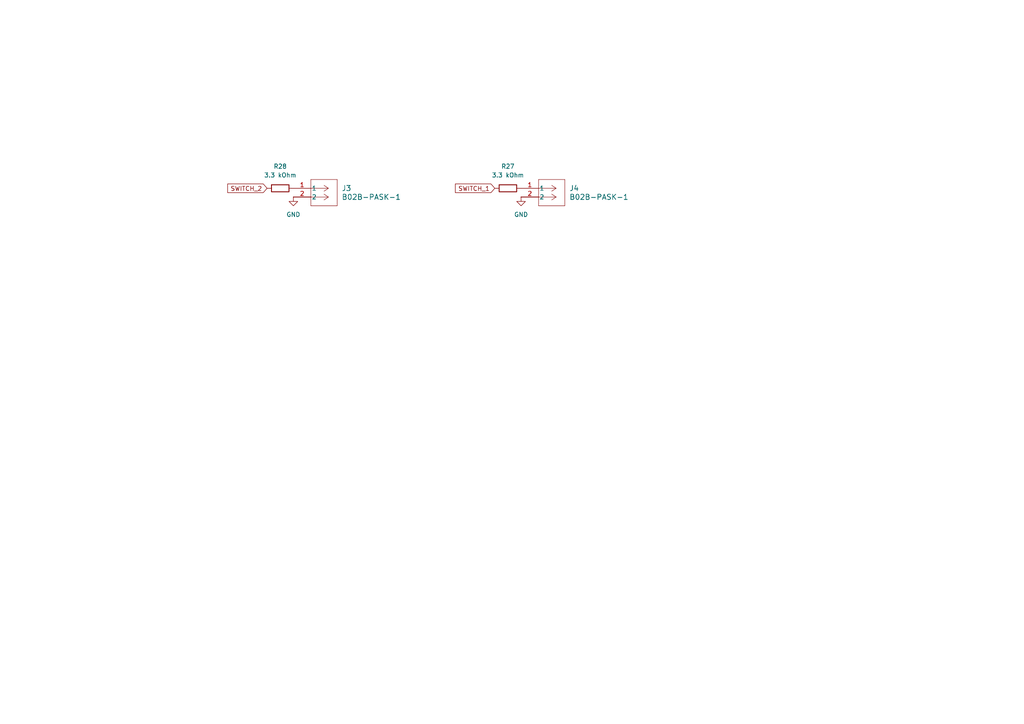
<source format=kicad_sch>
(kicad_sch (version 20250114) (generator "eeschema") (generator_version "9.0")
  (paper "A4")
  (lib_symbols
    (symbol "2025-12-28_19-52-04:B02B-PASK-1" (pin_names (offset 0.254))
      (property "Reference" "J" (at 8.89 6.35 0))
      (property "Value" "B02B-PASK-1" (at 0 0 0))
      (symbol "B02B-PASK-1_1_1"
        (polyline (pts (xy 5.08 2.54) (xy 5.08 -5.08)) (stroke (width 0.127)))
        (polyline (pts (xy 5.08 -5.08) (xy 12.7 -5.08)) (stroke (width 0.127)))
        (polyline (pts (xy 10.16 0) (xy 5.08 0)) (stroke (width 0.127)))
        (polyline (pts (xy 10.16 0) (xy 8.89 0.8467)) (stroke (width 0.127)))
        (polyline (pts (xy 10.16 0) (xy 8.89 -0.8467)) (stroke (width 0.127)))
        (polyline (pts (xy 10.16 -2.54) (xy 5.08 -2.54)) (stroke (width 0.127)))
        (polyline (pts (xy 10.16 -2.54) (xy 8.89 -1.6933)) (stroke (width 0.127)))
        (polyline (pts (xy 10.16 -2.54) (xy 8.89 -3.3867)) (stroke (width 0.127)))
        (polyline (pts (xy 12.7 2.54) (xy 5.08 2.54)) (stroke (width 0.127)))
        (polyline (pts (xy 12.7 -5.08) (xy 12.7 2.54)) (stroke (width 0.127)))
        (pin unspecified line (at 0 0 0) (length 5.08) (name "1") (number "1"))
        (pin unspecified line (at 0 -2.54 0) (length 5.08) (name "2") (number "2"))
      )
      (symbol "B02B-PASK-1_1_2"
        (polyline (pts (xy 5.08 2.54) (xy 5.08 -5.08)) (stroke (width 0.127)))
        (polyline (pts (xy 5.08 -5.08) (xy 12.7 -5.08)) (stroke (width 0.127)))
        (polyline (pts (xy 7.62 0) (xy 5.08 0)) (stroke (width 0.127)))
        (polyline (pts (xy 7.62 0) (xy 8.89 0.8467)) (stroke (width 0.127)))
        (polyline (pts (xy 7.62 0) (xy 8.89 -0.8467)) (stroke (width 0.127)))
        (polyline (pts (xy 7.62 -2.54) (xy 5.08 -2.54)) (stroke (width 0.127)))
        (polyline (pts (xy 7.62 -2.54) (xy 8.89 -1.6933)) (stroke (width 0.127)))
        (polyline (pts (xy 7.62 -2.54) (xy 8.89 -3.3867)) (stroke (width 0.127)))
        (polyline (pts (xy 12.7 2.54) (xy 5.08 2.54)) (stroke (width 0.127)))
        (polyline (pts (xy 12.7 -5.08) (xy 12.7 2.54)) (stroke (width 0.127)))
        (pin unspecified line (at 0 0 0) (length 5.08) (name "1") (number "1"))
        (pin unspecified line (at 0 -2.54 0) (length 5.08) (name "2") (number "2"))
      )
    )
    (symbol "Device:R" (pin_numbers (hide yes)) (pin_names (offset 0))
      (property "Reference" "R" (at 2.032 0 90))
      (property "Value" "R" (at 0 0 90))
      (symbol "R_0_1"
        (rectangle (start -1.016 -2.54) (end 1.016 2.54) (stroke (width 0.254)))
      )
      (symbol "R_1_1"
        (pin passive line (at 0 3.81 270) (length 1.27) (name "~") (number "1"))
        (pin passive line (at 0 -3.81 90) (length 1.27) (name "~") (number "2"))
      )
    )
    (symbol "power:GND" (power) (pin_numbers (hide yes)) (pin_names (offset 0) (hide yes))
      (property "Value" "GND" (at 0 -3.81 0))
      (symbol "GND_0_1"
        (polyline (pts (xy 0 0) (xy 0 -1.27) (xy 1.27 -1.27) (xy 0 -2.54) (xy -1.27 -1.27) (xy 0 -1.27)))
      )
      (symbol "GND_1_1"
        (pin power_in line (at 0 0 270) (length 0) (name "~") (number "1"))
      )
    )
  )
  (global_label "SWITCH_1" (shape input) (at 143.51 54.61 180) (property "Intersheetrefs" "${INTERSHEET_REFS}" (effects (hide yes))))
  (global_label "SWITCH_2" (shape input) (at 77.47 54.61 180) (property "Intersheetrefs" "${INTERSHEET_REFS}" (effects (hide yes))))
  (symbol (lib_id "Device:R") (at 147.32 54.61 90) (unit 1)
    (property "Reference" "R27" (at 147.32 48.26 90))
    (property "Value" "3.3 kOhm" (at 147.32 50.8 90))
    (property "Footprint" "Capacitor_SMD:C_0603_1608Metric" (effects (hide yes)))
    (property "Description" "Resistor" (effects (hide yes)))
  )
  (symbol (lib_id "2025-12-28_19-52-04:B02B-PASK-1") (at 151.13 54.61 0) (unit 1)
    (property "Reference" "J4" (at 165.1 54.6099 0) (effects (font (size 1.524 1.524)) (justify left)))
    (property "Value" "B02B-PASK-1" (at 165.1 57.1499 0) (effects (font (size 1.524 1.524)) (justify left)))
    (property "Footprint" "B02B-PASK-1:CONN_B02B-PASK-1_JST" (effects (hide yes)))
    (property "Datasheet" "B02B-PASK-1" (effects (hide yes)))
  )
  (symbol (lib_id "power:GND") (at 85.09 57.15 0) (unit 1)
    (property "Reference" "#PWR015" (effects (hide yes)))
    (property "Value" "GND" (at 85.09 62.23 0))
    (property "Description" "Power symbol creates a global label with name \"GND\" , ground" (effects (hide yes)))
  )
  (symbol (lib_id "power:GND") (at 151.13 57.15 0) (unit 1)
    (property "Reference" "#PWR014" (effects (hide yes)))
    (property "Value" "GND" (at 151.13 62.23 0))
    (property "Description" "Power symbol creates a global label with name \"GND\" , ground" (effects (hide yes)))
  )
  (symbol (lib_id "2025-12-28_19-52-04:B02B-PASK-1") (at 85.09 54.61 0) (unit 1)
    (property "Reference" "J3" (at 99.06 54.6099 0) (effects (font (size 1.524 1.524)) (justify left)))
    (property "Value" "B02B-PASK-1" (at 99.06 57.1499 0) (effects (font (size 1.524 1.524)) (justify left)))
    (property "Footprint" "B02B-PASK-1:CONN_B02B-PASK-1_JST" (effects (hide yes)))
    (property "Datasheet" "B02B-PASK-1" (effects (hide yes)))
  )
  (symbol (lib_id "Device:R") (at 81.28 54.61 90) (unit 1)
    (property "Reference" "R28" (at 81.28 48.26 90))
    (property "Value" "3.3 kOhm" (at 81.28 50.8 90))
    (property "Footprint" "Capacitor_SMD:C_0603_1608Metric" (effects (hide yes)))
    (property "Description" "Resistor" (effects (hide yes)))
  )
)
</source>
